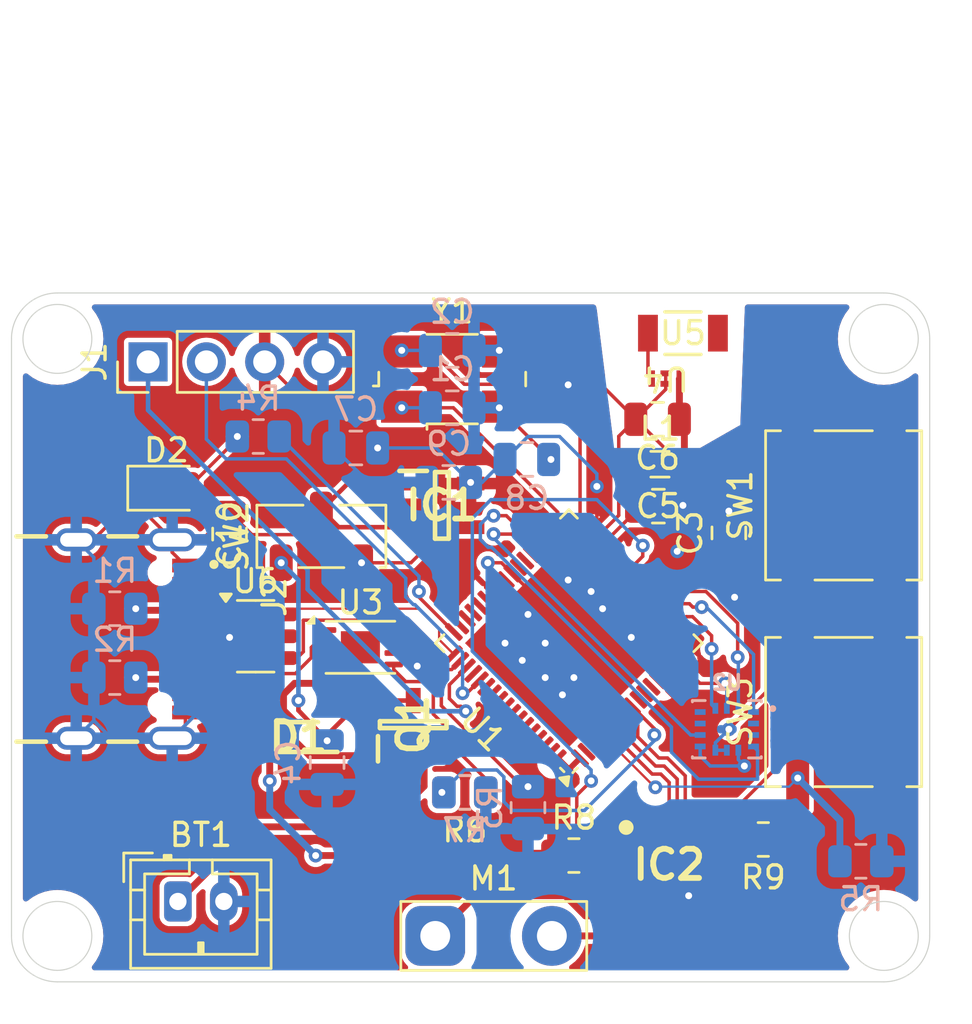
<source format=kicad_pcb>
(kicad_pcb (version 20240108) (generator "pcbnew") (generator_version "8.0")
  (layers (0 "F.Cu" signal) (31 "B.Cu" signal) (34 "B.Paste" user) (35 "F.Paste" user) (36 "B.SilkS" user "B.Silkscreen") (37 "F.SilkS" user "F.Silkscreen") (38 "B.Mask" user) (39 "F.Mask" user) (44 "Edge.Cuts" user))
  (net 0 "")
  (net 1 "/OSC_IN")
  (net 2 "GND")
  (net 3 "/OSC_OUT")
  (net 4 "/NRST")
  (net 5 "Net-(D1-K)")
  (net 6 "/RF1")
  (net 7 "Net-(U4-IN)")
  (net 8 "+3.3V")
  (net 9 "/VBUS")
  (net 10 "Net-(D2-A)")
  (net 12 "Net-(IC1-EN)")
  (net 13 "/ICS1_SCL")
  (net 16 "/NIRQ")
  (net 17 "Net-(IC2-OUTP)")
  (net 18 "/ICS1_SDA")
  (net 20 "Net-(IC2-OUTN)")
  (net 21 "/SWCLK")
  (net 22 "/SWDIO")
  (net 23 "/VBAT+")
  (net 24 "Net-(U3-PROG)")
  (net 25 "/LED0")
  (net 26 "Net-(U1-PH3)")
  (net 27 "/ADC1_IN1")
  (net 28 "/STAT")
  (net 35 "/SPI1_MOSI")
  (net 44 "/INT2")
  (net 47 "/INT1")
  (net 53 "/USB_DM")
  (net 55 "/USB_DP")
  (net 59 "/SPI1_SCK")
  (net 60 "/SPI1_NSS")
  (net 66 "/SPI1_MISO")
  (net 79 "Net-(U4-OUT)")
  (net 81 "/CC1")
  (net 82 "/DN")
  (net 83 "Net-(J2-CC2)")
  (net 85 "/DP")
  (footprint "LED_SMD:LED_0805_2012Metric" (layer "F.Cu") (at 100.5 117)
    (property "Reference" "D2")
    (property "Value" "LED")
  )
  (footprint "wearable_som_footprint_lib:DLF-4_1P6X0P8" (layer "F.Cu") (at 122.25 112.2286 180)
    (property "Reference" "U4")
    (property "Value" "DLF162500LT-5028A1")
  )
  (footprint "Capacitor_SMD:C_0805_2012Metric" (layer "F.Cu") (at 103.25 119 90)
    (property "Reference" "C10")
    (property "Value" "0.1uF")
  )
  (footprint "Capacitor_SMD:C_0805_2012Metric" (layer "F.Cu") (at 121.929199 117.7832)
    (property "Reference" "C5")
    (property "Value" "0.8pF")
  )
  (footprint "Connector_PinHeader_2.54mm:PinHeader_1x04_P2.54mm_Vertical" (layer "F.Cu") (at 99.7 111.5 90)
    (property "Reference" "J1")
    (property "Value" "Conn_01x04")
  )
  (footprint "Resistor_SMD:R_0805_2012Metric" (layer "F.Cu") (at 113.5 130.25 180)
    (property "Reference" "R6")
    (property "Value" "10k")
  )
  (footprint "wearable_som_footprint_lib:GCT_USB4105-GF-A" (layer "F.Cu") (at 96.57 123.57 -90)
    (property "Reference" "J2")
    (property "Value" "USB4105-GF-A")
  )
  (footprint "Package_DFN_QFN:DFN-8-1EP_3x2mm_P0.5mm_EP1.7x1.4mm" (layer "F.Cu") (at 108.95 123.93)
    (property "Reference" "U3")
    (property "Value" "MCP73831-2-MC")
  )
  (footprint "Button_Switch_SMD:Nidec_Copal_CAS-120A" (layer "F.Cu") (at 107.25 119.1 90)
    (property "Reference" "SW2")
    (property "Value" "SW_Nidec_CAS-120A1")
  )
  (footprint "Package_TO_SOT_SMD:SOT-23-6" (layer "F.Cu") (at 104.3875 123.45)
    (property "Reference" "U6")
    (property "Value" "USBLC6-2SC6")
  )
  (footprint "wearable_som_footprint_lib:SOT96P240X110-3N" (layer "F.Cu") (at 111.25 127.3 90)
    (property "Reference" "Q1")
    (property "Value" "PMOS" (hide yes))
  )
  (footprint "Button_Switch_SMD:SW_SPST_B3SL-1002P" (layer "F.Cu") (at 130 126.75 90)
    (property "Reference" "SW3")
    (property "Value" "Boot")
  )
  (footprint "Capacitor_SMD:C_0805_2012Metric" (layer "F.Cu") (at 121.896 114 180)
    (property "Reference" "C6")
    (property "Value" "0.3pF")
  )
  (footprint "TestPoint:TestPoint_2Pads_Pitch5.08mm_Drill1.3mm" (layer "F.Cu") (at 112.21 136.5)
    (property "Reference" "M1")
    (property "Value" "Motor_DC")
  )
  (footprint "Resistor_SMD:R_0805_2012Metric" (layer "F.Cu") (at 118.25 133)
    (property "Reference" "R8")
    (property "Value" "4.7")
  )
  (footprint "wearable_som_footprint_lib:QFN65P300X300X84-12N" (layer "F.Cu") (at 122.4 133.4)
    (property "Reference" "IC2")
    (property "Value" "DA7280-00FV2" (hide yes))
  )
  (footprint "Connector_JST:JST_PH_B2B-PH-K_1x02_P2.00mm_Vertical" (layer "F.Cu") (at 101 135)
    (property "Reference" "BT1")
    (property "Value" "Battery_Cell")
  )
  (footprint "Inductor_SMD:L_0805_2012Metric" (layer "F.Cu") (at 122 115.9572)
    (property "Reference" "L1")
    (property "Value" "2.7nH")
  )
  (footprint "Button_Switch_SMD:SW_SPST_B3SL-1002P" (layer "F.Cu") (at 130 117.75 90)
    (property "Reference" "SW1")
    (property "Value" "Reset")
  )
  (footprint "Package_DFN_QFN:QFN-68-1EP_8x8mm_P0.4mm_EP6.4x6.4mm" (layer "F.Cu") (at 118.03172 123.75 135)
    (property "Reference" "U1")
    (property "Value" "STM32WB55RGVx")
  )
  (footprint "wearable_som_footprint_lib:SOD2513X120N" (layer "F.Cu") (at 106.25 127.838 180)
    (property "Reference" "D1")
    (property "Value" "D_Schottky" (hide yes))
  )
  (footprint "wearable_som_footprint_lib:2450AT18A100E_JOT" (layer "F.Cu") (at 123 110.25)
    (property "Reference" "U5")
    (property "Value" "2450AT18A100E")
  )
  (footprint "wearable_som_footprint_lib:SOT95P280X145-5N" (layer "F.Cu") (at 112.5 117.75)
    (property "Reference" "IC1")
    (property "Value" "TPS7A0228PDBVR" (hide yes))
  )
  (footprint "Capacitor_SMD:C_0805_2012Metric" (layer "F.Cu") (at 125 118.95 90)
    (property "Reference" "C3")
    (property "Value" "0.1u")
  )
  (footprint "Resistor_SMD:R_0805_2012Metric" (layer "F.Cu") (at 126.5 132.3 180)
    (property "Reference" "R9")
    (property "Value" "4.7")
  )
  (footprint "Crystal:Crystal_SMD_0603-4Pin_6.0x3.5mm" (layer "F.Cu") (at 112.95 112.25)
    (property "Reference" "Y1")
    (property "Value" "Crystal_GND23")
  )
  (footprint "Capacitor_SMD:C_0805_2012Metric" (layer "B.Cu") (at 116.2 115.75)
    (property "Reference" "C8")
    (property "Value" "0.1uF")
  )
  (footprint "Resistor_SMD:R_0805_2012Metric" (layer "B.Cu") (at 104.5 114.75 180)
    (property "Reference" "R4")
    (property "Value" "4.7k")
  )
  (footprint "Resistor_SMD:R_0805_2012Metric" (layer "B.Cu") (at 98.25 122.25 180)
    (property "Reference" "R1")
    (property "Value" "5.1k")
  )
  (footprint "Capacitor_SMD:C_0805_2012Metric" (layer "B.Cu") (at 108.75 115.25 180)
    (property "Reference" "C7")
    (property "Value" "0.1uF")
  )
  (footprint "Resistor_SMD:R_0805_2012Metric" (layer "B.Cu") (at 98.25 125.25 180)
    (property "Reference" "R2")
    (property "Value" "5.1k")
  )
  (footprint "Resistor_SMD:R_0805_2012Metric" (layer "B.Cu") (at 130.75 133.25)
    (property "Reference" "R5")
    (property "Value" "10k")
  )
  (footprint "Resistor_SMD:R_0805_2012Metric" (layer "B.Cu") (at 116.25 130.9125 -90)
    (property "Reference" "R3")
    (property "Value" "10k")
  )
  (footprint "Capacitor_SMD:C_0805_2012Metric" (layer "B.Cu") (at 112.95 111 180)
    (property "Reference" "C2")
    (property "Value" "10p")
  )
  (footprint "wearable_som_footprint_lib:XDCR_BMI270" (layer "B.Cu") (at 124.9125 127.5 180)
    (property "Reference" "U2")
    (property "Value" "BMI270")
  )
  (footprint "Capacitor_SMD:C_0805_2012Metric" (layer "B.Cu") (at 107.5 128.95 -90)
    (property "Reference" "C4")
    (property "Value" "1uF")
  )
  (footprint "Capacitor_SMD:C_0805_2012Metric" (layer "B.Cu") (at 112.95 113.5 180)
    (property "Reference" "C1")
    (property "Value" "10p")
  )
  (footprint "Capacitor_SMD:C_0805_2012Metric" (layer "B.Cu") (at 112.8 116.75 180)
    (property "Reference" "C9")
    (property "Value" "0.1uF")
  )
  (footprint "Resistor_SMD:R_0805_2012Metric" (layer "B.Cu") (at 113.5 130.25)
    (property "Reference" "R7")
    (property "Value" "10k")
  )
  (gr_circle (center 131.75 136.5) (end 133.25 136.5) (stroke (width 0.05)) (fill none) (layer "Edge.Cuts"))
  (gr_circle (center 95.75 110.5) (end 97.25 110.5) (stroke (width 0.05)) (fill none) (layer "Edge.Cuts"))
  (gr_line (start 133.75 110.5) (end 133.75 136.5) (stroke (width 0.05)) (layer "Edge.Cuts"))
  (gr_line (start 95.75 108.5) (end 131.75 108.5) (stroke (width 0.05)) (layer "Edge.Cuts"))
  (gr_arc (start 95.75 138.5) (mid 94.335786 137.914214) (end 93.75 136.5) (stroke (width 0.05)) (layer "Edge.Cuts"))
  (gr_arc (start 131.75 108.5) (mid 133.164214 109.085786) (end 133.75 110.5) (stroke (width 0.05)) (layer "Edge.Cuts"))
  (gr_line (start 93.75 136.5) (end 93.75 110.5) (stroke (width 0.05)) (layer "Edge.Cuts"))
  (gr_arc (start 133.75 136.5) (mid 133.164214 137.914214) (end 131.75 138.5) (stroke (width 0.05)) (layer "Edge.Cuts"))
  (gr_line (start 95.75 138.5) (end 131.75 138.5) (stroke (width 0.05)) (layer "Edge.Cuts"))
  (gr_circle (center 131.75 110.5) (end 133.25 110.5) (stroke (width 0.05)) (fill none) (layer "Edge.Cuts"))
  (gr_circle (center 95.75 136.5) (end 97.25 136.5) (stroke (width 0.05)) (fill none) (layer "Edge.Cuts"))
  (gr_arc (start 93.75 110.5) (mid 94.335786 109.085786) (end 95.75 108.5) (stroke (width 0.05)) (layer "Edge.Cuts"))
  (segment (start 110.75 113.5) (end 113 113.5) (width 0.15) (layer "F.Cu") (net 1))
  (segment (start 113 113.5) (end 117.545584 118.045584) (width 0.15) (layer "F.Cu") (net 1))
  (segment (start 117.545584 118.045584) (end 117.545584 118.738381) (width 0.15) (layer "F.Cu") (net 1))
  (via (at 110.75 113.5) (size 0.6) (drill 0.3) (layers "F.Cu" "B.Cu") (net 1))
  (segment (start 112 113.5) (end 110.75 113.5) (width 0.15) (layer "B.Cu") (net 1))
  (segment (start 118.700623 119.686984) (end 119.083541 119.304066) (width 0.15) (layer "F.Cu") (net 2))
  (segment (start 122.25 112) (end 122.25 112.4572) (width 0.15) (layer "F.Cu") (net 2))
  (segment (start 120.946 114) (end 119.446 112.5) (width 0.15) (layer "F.Cu") (net 2))
  (segment (start 125 118) (end 125 115.45) (width 0.15) (layer "F.Cu") (net 2))
  (segment (start 107.775 119.025) (end 109 120.25) (width 0.15) (layer "F.Cu") (net 2))
  (segment (start 99.5625 117) (end 97.3125 119.25) (width 0.15) (layer "F.Cu") (net 2))
  (segment (start 122.879199 117.7832) (end 122.35 117.254001) (width 0.15) (layer "F.Cu") (net 2))
  (segment (start 100.75 119.25) (end 102.05 119.25) (width 0.15) (layer "F.Cu") (net 2))
  (segment (start 99.5625 117) (end 99.5625 118.0625) (width 0.15) (layer "F.Cu") (net 2))
  (segment (start 119 121.5) (end 118.700623 121.200623) (width 0.15) (layer "F.Cu") (net 2))
  (segment (start 120.204199 114.741801) (end 120.946 114) (width 0.15) (layer "F.Cu") (net 2))
  (segment (start 115.565685 120.71828) (end 115.798703 120.951297) (width 0.15) (layer "F.Cu") (net 2))
  (segment (start 118.700623 121.799377) (end 119 121.5) (width 0.15) (layer "F.Cu") (net 2))
  (segment (start 122.35 115.404) (end 120.946 114) (width 0.15) (layer "F.Cu") (net 2))
  (segment (start 122.9668 117.7832) (end 122.879199 117.7832) (width 0.15) (layer "F.Cu") (net 2))
  (segment (start 97.3125 119.25) (end 96.57 119.25) (width 0.15) (layer "F.Cu") (net 2))
  (segment (start 110.855599 124.18) (end 111.425 124.749401) (width 0.15) (layer "F.Cu") (net 2))
  (segment (start 115.15 113.65) (end 115.15 113.45) (width 0.15) (layer "F.Cu") (net 2))
  (segment (start 122.25 112.4572) (end 122.25 112.696) (width 0.15) (layer "F.Cu") (net 2))
  (segment (start 123.1 134.75) (end 123.05 134.8) (width 0.15) (layer "F.Cu") (net 2))
  (segment (start 115.097405 120.25) (end 114.5 120.25) (width 0.15) (layer "F.Cu") (net 2))
  (segment (start 122.35 117.254001) (end 122.35 115.404) (width 0.15) (layer "F.Cu") (net 2))
  (segment (start 125 118) (end 124.75 118) (width 0.15) (layer "F.Cu") (net 2))
  (segment (start 103.25 118.05) (end 104.225 119.025) (width 0.15) (layer "F.Cu") (net 2))
  (segment (start 118.700623 121.200623) (end 118.700623 119.686984) (width 0.15) (layer "F.Cu") (net 2))
  (segment (start 115.798703 120.951297) (end 118.03172 123.184314) (width 0.15) (layer "F.Cu") (net 2))
  (segment (start 109 120.25) (end 111.15 120.25) (width 0.15) (layer "F.Cu") (net 2))
  (segment (start 123.25 134.6) (end 123.25 134.75) (width 0.15) (layer "F.Cu") (net 2))
  (segment (start 123 117.75) (end 122.9668 117.7832) (width 0.15) (layer "F.Cu") (net 2))
  (segment (start 126.65 123.15) (end 125.25 121.75) (width 0.15) (layer "F.Cu") (net 2))
  (segment (start 110.4 124.18) (end 110.855599 124.18) (width 0.15) (layer "F.Cu") (net 2))
  (segment (start 117.25 115.75) (end 115.15 113.65) (width 0.15) (layer "F.Cu") (net 2))
  (segment (start 127.225 113.225) (end 130.35 113.225) (width 0.15) (layer "F.Cu") (net 2))
  (segment (start 120.204199 118.183408) (end 120.204199 114.741801) (width 0.15) (layer "F.Cu") (net 2))
  (segment (start 103.25 123.45) (end 103.25 123.5) (width 0.15) (layer "F.Cu") (net 2))
  (segment (start 123.0332 117.7832) (end 123 117.75) (width 0.15) (layer "F.Cu") (net 2))
  (segment (start 125 115.45) (end 127.225 113.225) (width 0.15) (layer "F.Cu") (net 2))
  (segment (start 115.565685 120.71828) (end 115.097405 120.25) (width 0.15) (layer "F.Cu") (net 2))
  (segment (start 123.8 134.05) (end 123.25 134.6) (width 0.15) (layer "F.Cu") (net 2))
  (segment (start 101.325 126.77) (end 101.325 127.315) (width 0.15) (layer "F.Cu") (net 2))
  (segment (start 126.65 125.85) (end 126.65 123.15) (width 0.15) (layer "F.Cu") (net 2))
  (segment (start 112 117.75) (end 111.25 117.75) (width 0.15) (layer "F.Cu") (net 2))
  (segment (start 100.75 119.25) (end 100.75 119.795) (width 0.15) (layer "F.Cu") (net 2))
  (segment (start 123.25 134.75) (end 123.1 134.75) (width 0.15) (layer "F.Cu") (net 2))
  (segment (start 119.446 112.5) (end 118 112.5) (width 0.15) (layer "F.Cu") (net 2))
  (segment (start 132 114.875) (end 132 120.625) (width 0.15) (layer "F.Cu") (net 2))
  (segment (start 102.05 119.25) (end 103.25 118.05) (width 0.15) (layer "F.Cu") (net 2))
  (segment (start 124.5332 117.7832) (end 123.0332 117.7832) (width 0.15) (layer "F.Cu") (net 2))
  (segment (start 124.75 118) (end 124.5332 117.7832) (width 0.15) (layer "F.Cu") (net 2))
  (segment (start 112.125 119.275) (end 112.125 117.875) (width 0.15) (layer "F.Cu") (net 2))
  (segment (start 118.700623 123.081097) (end 118.700623 121.799377) (width 0.15) (layer "F.Cu") (net 2))
  (segment (start 111.15 120.25) (end 112.125 119.275) (width 0.15) (layer "F.Cu") (net 2))
  (segment (start 125 127.5) (end 126.65 125.85) (width 0.15) (layer "F.Cu") (net 2))
  (segment (start 99.5625 118.0625) (end 100.75 119.25) (width 0.15) (layer "F.Cu") (net 2))
  (segment (start 104.225 119.025) (end 107.775 119.025) (width 0.15) (layer "F.Cu") (net 2))
  (segment (start 119.083541 119.304066) (end 120.204199 118.183408) (width 0.15) (layer "F.Cu") (net 2))
  (segment (start 101.325 127.315) (end 100.75 127.89) (width 0.15) (layer "F.Cu") (net 2))
  (segment (start 112.125 117.875) (end 112 117.75) (width 0.15) (layer "F.Cu") (net 2))
  (segment (start 118.03172 123.75) (end 118.700623 123.081097) (width 0.15) (layer "F.Cu") (net 2))
  (segment (start 130.35 113.225) (end 132 114.875) (width 0.15) (layer "F.Cu") (net 2))
  (segment (start 118.03172 123.184314) (end 118.03172 123.75) (width 0.15) (layer "F.Cu") (net 2))
  (segment (start 100.75 119.795) (end 101.325 120.37) (width 0.15) (layer "F.Cu") (net 2))
  (segment (start 122.25 112.696) (end 120.946 114) (width 0.15) (layer "F.Cu") (net 2))
  (via (at 118 121) (size 0.6) (drill 0.3) (layers "F.Cu" "B.Cu") (net 2))
  (via (at 118.25 125.25) (size 0.6) (drill 0.3) (layers "F.Cu" "B.Cu") (net 2))
  (via (at 115.25 123.75) (size 0.6) (drill 0.3) (layers "F.Cu" "B.Cu") (net 2))
  (via (at 119 121.5) (size 0.6) (drill 0.3) (layers "F.Cu" "B.Cu") (net 2))
  (via (at 123 117.75) (size 0.6) (drill 0.3) (layers "F.Cu" "B.Cu") (net 2))
  (via (at 114.5 120.25) (size 0.6) (drill 0.3) (layers "F.Cu" "B.Cu") (net 2))
  (via (at 111.425 124.749401) (size 0.6) (drill 0.3) (layers "F.Cu" "B.Cu") (net 2))
  (via (at 120.75 123.5) (size 0.6) (drill 0.3) (layers "F.Cu" "B.Cu") (net 2))
  (via (at 125 127.5) (size 0.6) (drill 0.3) (layers "F.Cu" "B.Cu") (net 2))
  (via (at 119.5 122.25) (size 0.6) (drill 0.3) (layers "F.Cu" "B.Cu") (net 2))
  (via (at 117 123.75) (size 0.6) (drill 0.3) (layers "F.Cu" "B.Cu") (net 2))
  (via (at 103.25 123.5) (size 0.6) (drill 0.3) (layers "F.Cu" "B.Cu") (net 2))
  (via (at 117.25 115.75) (size 0.6) (drill 0.3) (layers "F.Cu" "B.Cu") (net 2))
  (via (at 118 112.5) (size 0.6) (drill 0.3) (layers "F.Cu" "B.Cu") (net 2))
  (via (at 115 111) (size 0.6) (drill 0.3) (layers "F.Cu" "B.Cu") (net 2))
  (via (at 116 124.5) (size 0.6) (drill 0.3) (layers "F.Cu" "B.Cu") (net 2))
  (via (at 125.25 121.75) (size 0.6) (drill 0.3) (layers "F.Cu" "B.Cu") (net 2))
  (via (at 115 113.5) (size 0.6) (drill 0.3) (layers "F.Cu" "B.Cu") (net 2))
  (via (at 116.25 122.5) (size 0.6) (drill 0.3) (layers "F.Cu" "B.Cu") (net 2))
  (via (at 123.25 134.75) (size 0.6) (drill 0.3) (layers "F.Cu" "B.Cu") (net 2))
  (via (at 117.75 126) (size 0.6) (drill 0.3) (layers "F.Cu" "B.Cu") (net 2))
  (via (at 109 120.25) (size 0.6) (drill 0.3) (layers "F.Cu" "B.Cu") (net 2))
  (via (at 125 118) (size 0.6) (drill 0.3) (layers "F.Cu" "B.Cu") (net 2))
  (via (at 117 125.25) (size 0.6) (drill 0.3) (layers "F.Cu" "B.Cu") (net 2))
  (segment (start 103.25 125.39) (end 100.75 127.89) (width 0.15) (layer "B.Cu") (net 2))
  (segment (start 115 113.5) (end 113.9 113.5) (width 0.15) (layer "B.Cu") (net 2))
  (segment (start 97.3375 127.1225) (end 96.57 127.89) (width 0.15) (layer "B.Cu") (net 2))
  (segment (start 97.3375 122.25) (end 97.3375 125.25) (width 0.15) (layer "B.Cu") (net 2))
  (segment (start 100.75 127.89) (end 98.105 127.89) (width 0.15) (layer "B.Cu") (net 2))
  (segment (start 97.3375 122.25) (end 97.3375 120.0175) (width 0.15) (layer "B.Cu") (net 2))
  (segment (start 98.105 127.89) (end 97.3375 127.1225) (width 0.15) (layer "B.Cu") (net 2))
  (segment (start 97.3375 120.0175) (end 96.57 119.25) (width 0.15) (layer "B.Cu") (net 2))
  (segment (start 97.3375 125.25) (end 97.3375 127.1225) (width 0.15) (layer "B.Cu") (net 2))
  (segment (start 118 112.5) (end 116 112.5) (width 0.15) (layer "B.Cu") (net 2))
  (segment (start 124.4125 128.4125) (end 124.9125 128.4125) (width 0.15) (layer "B.Cu") (net 2))
  (segment (start 124.4125 128.4125) (end 124.4125 128.0875) (width 0.15) (layer "B.Cu") (net 2))
  (segment (start 109.3 116.75) (end 107.8 115.25) (width 0.15) (layer "B.Cu") (net 2))
  (segment (start 115 111) (end 113.9 111) (width 0.15) (layer "B.Cu") (net 2))
  (segment (start 113.9 111) (end 113.9 113.5) (width 0.15) (layer "B.Cu") (net 2))
  (segment (start 103.25 123.5) (end 103.25 125.39) (width 0.15) (layer "B.Cu") (net 2))
  (segment (start 111.85 116.75) (end 109.3 116.75) (width 0.15) (layer "B.Cu") (net 2))
  (segment (start 124.4125 128.0875) (end 125 127.5) (width 0.15) (layer "B.Cu") (net 2))
  (segment (start 116 112.5) (end 115 113.5) (width 0.15) (layer "B.Cu") (net 2))
  (segment (start 112.05 111.05) (end 113.475 112.475) (width 0.15) (layer "F.Cu") (net 3))
  (segment (start 110.75 111.05) (end 112.05 111.05) (width 0.15) (layer "F.Cu") (net 3))
  (segment (start 118.517856 114.667856) (end 118.517856 118.738381) (width 0.15) (layer "F.Cu") (net 3))
  (segment (start 113.475 112.475) (end 116.325 112.475) (width 0.15) (layer "F.Cu") (net 3))
  (segment (start 116.325 112.475) (end 118.517856 114.667856) (width 0.15) (layer "F.Cu") (net 3))
  (via (at 110.75 111) (size 0.6) (drill 0.3) (layers "F.Cu" "B.Cu") (net 3))
  (segment (start 112 111) (end 110.75 111) (width 0.15) (layer "B.Cu") (net 3))
  (segment (start 121.032145 127.832577) (end 121.951322 128.751754) (width 0.15) (layer "F.Cu") (net 4))
  (segment (start 120.497755 126.78172) (end 120.880673 127.164639) (width 0.15) (layer "F.Cu") (net 4))
  (segment (start 128 120.625) (end 125.725 120.625) (width 0.15) (layer "F.Cu") (net 4))
  (segment (start 127 129.25) (end 127 121.625) (width 0.15) (layer "F.Cu") (net 4))
  (segment (start 122.326369 128.751754) (end 123.1 129.525385) (width 0.15) (layer "F.Cu") (net 4))
  (segment (start 125.725 120.625) (end 125 119.9) (width 0.15) (layer "F.Cu") (net 4))
  (segment (start 123.1 129.525385) (end 123.1 130.75) (width 0.15) (layer "F.Cu") (net 4))
  (segment (start 121.951322 128.751754) (end 122.326369 128.751754) (width 0.15) (layer "F.Cu") (net 4))
  (segment (start 127 121.625) (end 128 120.625) (width 0.15) (layer "F.Cu") (net 4))
  (segment (start 120.880673 127.164639) (end 121.032145 127.316111) (width 0.15) (layer "F.Cu") (net 4))
  (segment (start 123.1 130.75) (end 125.5 130.75) (width 0.15) (layer "F.Cu") (net 4))
  (segment (start 125.5 130.75) (end 127 129.25) (width 0.15) (layer "F.Cu") (net 4))
  (segment (start 121.032145 127.316111) (end 121.032145 127.832577) (width 0.15) (layer "F.Cu") (net 4))
  (segment (start 128 120.625) (end 128 114.875) (width 0.2) (layer "F.Cu") (net 4))
  (segment (start 107.5 128) (end 106.25 126.676) (width 0.2) (layer "F.Cu") (net 5))
  (segment (start 107.412 127.838) (end 109 126.25) (width 0.2) (layer "F.Cu") (net 5))
  (segment (start 107.412 127.838) (end 107.5 128) (width 0.2) (layer "F.Cu") (net 5))
  (segment (start 109 126.25) (end 111.25 126.25) (width 0.2) (layer "F.Cu") (net 5))
  (segment (start 106.25 126.676) (end 106.25 126.25) (width 0.2) (layer "F.Cu") (net 5))
  (via (at 107.5 128) (size 0.6) (drill 0.3) (layers "F.Cu" "B.Cu") (net 5))
  (via (at 105.5 120.25) (size 0.6) (drill 0.3) (layers "F.Cu" "B.Cu") (net 5))
  (via (at 106.25 126.25) (size 0.6) (drill 0.3) (layers "F.Cu" "B.Cu") (net 5))
  (segment (start 106.25 126.25) (end 106.25 121) (width 0.2) (layer "B.Cu") (net 5))
  (segment (start 106.25 121) (end 105.5 120.25) (width 0.2) (layer "B.Cu") (net 5))
  (segment (start 120.9375 117.708301) (end 120.9375 115.9572) (width 0.15) (layer "F.Cu") (net 6))
  (segment (start 120.979199 117.7832) (end 120.979199 117.520801) (width 0.15) (layer "F.Cu") (net 6))
  (segment (start 120.979199 117.7832) (end 120.979199 117.974094) (width 0.15) (layer "F.Cu") (net 6))
  (segment (start 120.979199 117.974094) (end 119.366384 119.586909) (width 0.15) (layer "F.Cu") (net 6))
  (segment (start 120.979199 117.520801) (end 120.9375 117.479102) (width 0.15) (layer "F.Cu") (net 6))
  (segment (start 120.979199 117.75) (end 120.9375 117.708301) (width 0.15) (layer "F.Cu") (net 6))
  (segment (start 120.979199 117.7832) (end 120.979199 117.75) (width 0.15) (layer "F.Cu") (net 6))
  (segment (start 123.0625 114.2165) (end 122.846 114) (width 0.3) (layer "F.Cu") (net 7))
  (segment (start 122.846 112.2422) (end 122.8596 112.2286) (width 0.3) (layer "F.Cu") (net 7))
  (segment (start 122.846 114) (end 122.846 112.2422) (width 0.3) (layer "F.Cu") (net 7))
  (segment (start 123.0625 115.9572) (end 123.0625 114.2165) (width 0.3) (layer "F.Cu") (net 7))
  (segment (start 122.194811 125.084664) (end 121.911968 125.367507) (width 0.15) (layer "F.Cu") (net 8))
  (segment (start 121.75 133.5) (end 121.75 134.8) (width 0.15) (layer "F.Cu") (net 8))
  (segment (start 119.25 118.571922) (end 119.25 116.925) (width 0.15) (layer "F.Cu") (net 8))
  (segment (start 126.2125 133.5) (end 127.4125 132.3) (width 0.15) (layer "F.Cu") (net 8))
  (segment (start 109.7 115.25) (end 108.53 115.25) (width 0.15) (layer "F.Cu") (net 8))
  (segment (start 124.526041 132.75) (end 125.276041 133.5) (width 0.15) (layer "F.Cu") (net 8))
  (segment (start 132 123.875) (end 132 129.625) (width 0.15) (layer "F.Cu") (net 8))
  (segment (start 123.8 132.75) (end 122.5 132.75) (width 0.15) (layer "F.Cu") (net 8))
  (segment (start 122.294887 125.750424) (end 121.911968 125.367507) (width 0.15) (layer "F.Cu") (net 8))
  (segment (start 125.675 129.1) (end 125.644463 129.1) (width 0.15) (layer "F.Cu") (net 8))
  (segment (start 119.649227 119.869752) (end 120.032144 119.486833) (width 0.15) (layer "F.Cu") (net 8))
  (segment (start 112.875 119.724651) (end 112.875 117.675) (width 0.15) (layer "F.Cu") (net 8))
  (segment (start 125.644463 129.1) (end 122.294887 125.750424) (width 0.15) (layer "F.Cu") (net 8))
  (segment (start 114.717157 121.566808) (end 112.875 119.724651) (width 0.15) (layer "F.Cu") (net 8))
  (segment (start 129.325 132.3) (end 127.4125 132.3) (width 0.15) (layer "F.Cu") (net 8))
  (segment (start 118.899569 134.8) (end 121.75 134.8) (width 0.3) (layer "F.Cu") (net 8))
  (segment (start 123.8 132.75) (end 124.526041 132.75) (width 0.15) (layer "F.Cu") (net 8))
  (segment (start 112.875 117.675) (end 113.75 116.8) (width 0.15) (layer "F.Cu") (net 8))
  (segment (start 117.3375 133.237931) (end 118.899569 134.8) (width 0.3) (layer "F.Cu") (net 8))
  (segment (start 117.3375 133) (end 117.3375 133.237931) (width 0.3) (layer "F.Cu") (net 8))
  (segment (start 120.593979 118.925) (end 121.925 118.925) (width 0.15) (layer "F.Cu") (net 8))
  (segment (start 115 121.283965) (end 114.717157 121.566808) (width 0.15) (layer "F.Cu") (net 8))
  (segment (start 132 129.625) (end 129.325 132.3) (width 0.15) (layer "F.Cu") (net 8))
  (segment (start 122.5 132.75) (end 121.75 133.5) (width 0.15) (layer "F.Cu") (net 8))
  (segment (start 120.032146 119.486833) (end 120.593979 118.925) (width 0.15) (layer "F.Cu") (net 8))
  (segment (start 108.53 115.25) (end 104.78 111.5) (width 0.15) (layer "F.Cu") (net 8))
  (segment (start 118.800699 119.021223) (end 119.25 118.571922) (width 0.15) (layer "F.Cu") (net 8))
  (segment (start 120.032144 119.486833) (end 120.032146 119.486833) (width 0.15) (layer "F.Cu") (net 8))
  (segment (start 121.925 118.925) (end 122.75 119.75) (width 0.15) (layer "F.Cu") (net 8))
  (segment (start 125.276041 133.5) (end 126.2125 133.5) (width 0.15) (layer "F.Cu") (net 8))
  (via (at 125.675 129.1) (size 0.6) (drill 0.3) (layers "F.Cu" "B.Cu") (net 8))
  (via (at 122.75 119.75) (size 0.6) (drill 0.3) (layers "F.Cu" "B.Cu") (net 8))
  (via (at 113.75 116.75) (size 0.6) (drill 0.3) (layers "F.Cu" "B.Cu") (net 8))
  (via (at 109.7 115.25) (size 0.6) (drill 0.3) (layers "F.Cu" "B.Cu") (net 8))
  (via (at 119.25 116.925) (size 0.6) (drill 0.3) (layers "F.Cu" "B.Cu") (net 8))
  (segment (start 123.75 128.25) (end 123.75 128.6625) (width 0.15) (layer "B.Cu") (net 8))
  (segment (start 115.25 115.75) (end 114.25 116.75) (width 0.15) (layer "B.Cu") (net 8))
  (segment (start 117.62439 114.75) (end 119.25 116.37561) (width 0.15) (layer "B.Cu") (net 8))
  (segment (start 116.25 114.75) (end 117.62439 114.75) (width 0.15) (layer "B.Cu") (net 8))
  (segment (start 112.25 115.25) (end 113.75 116.75) (width 0.15) (layer "B.Cu") (net 8))
  (segment (start 119.25 116.37561) (end 119.25 116.925) (width 0.15) (layer "B.Cu") (net 8))
  (segment (start 124.1875 129.1) (end 125.675 129.1) (width 0.15) (layer "B.Cu") (net 8))
  (segment (start 125.675 129.0875) (end 125.4125 128.825) (width 0.15) (layer "B.Cu") (net 8))
  (segment (start 125.675 129.1) (end 125.675 129.0875) (width 0.15) (layer "B.Cu") (net 8))
  (segment (start 109.7 115.25) (end 112.25 115.25) (width 0.15) (layer "B.Cu") (net 8))
  (segment (start 115.25 115.75) (end 116.25 114.75) (width 0.15) (layer "B.Cu") (net 8))
  (segment (start 125.4125 128.825) (end 125.4125 128.4125) (width 0.15) (layer "B.Cu") (net 8))
  (segment (start 114.25 116.75) (end 113.75 116.75) (width 0.15) (layer "B.Cu") (net 8))
  (segment (start 123.75 128.6625) (end 124.1875 129.1) (width 0.15) (layer "B.Cu") (net 8))
  (segment (start 103.75 125.25) (end 104.5625 124.4375) (width 0.2) (layer "F.Cu") (net 9))
  (segment (start 103.25 121.143052) (end 103.223052 121.17) (width 0.2) (layer "F.Cu") (net 9))
  (segment (start 103.223052 121.17) (end 104.5625 122.509448) (width 0.2) (layer "F.Cu") (net 9))
  (segment (start 105.171948 123.45) (end 105.525 123.45) (width 0.2) (layer "F.Cu") (net 9))
  (segment (start 104.5625 124.4375) (end 104.5625 124.059448) (width 0.2) (layer "F.Cu") (net 9))
  (segment (start 106.117696 125.075) (end 103.925 125.075) (width 0.15) (layer "F.Cu") (net 9))
  (segment (start 107.07 123.68) (end 106.8125 123.9375) (width 0.15) (layer "F.Cu") (net 9))
  (segment (start 105 129.75) (end 105 127.926) (width 0.3) (layer "F.Cu") (net 9))
  (segment (start 104.5625 122.840552) (end 105.171948 123.45) (width 0.2) (layer "F.Cu") (net 9))
  (segment (start 104.5625 124.059448) (end 105.171948 123.45) (width 0.2) (layer "F.Cu") (net 9))
  (segment (start 101.325 121.17) (end 103.223052 121.17) (width 0.2) (layer "F.Cu") (net 9))
  (segment (start 112.21 128.35) (end 111.725 128.835) (width 0.3) (layer "F.Cu") (net 9))
  (segment (start 111.725 128.835) (end 111.725 129.982106) (width 0.3) (layer "F.Cu") (net 9))
  (segment (start 105 127.926) (end 105.088 127.838) (width 0.3) (layer "F.Cu") (net 9))
  (segment (start 103.03 125.97) (end 103.22 125.97) (width 0.2) (layer "F.Cu") (net 9))
  (segment (start 107.5 123.68) (end 107.07 123.68) (width 0.15) (layer "F.Cu") (net 9))
  (segment (start 101.325 125.97) (end 103.03 125.97) (width 0.2) (layer "F.Cu") (net 9))
  (segment (start 103.22 125.97) (end 105.088 127.838) (width 0.2) (layer "F.Cu") (net 9))
  (segment (start 107.5 123.18) (end 107.5 123.68) (width 0.15) (layer "F.Cu") (net 9))
  (segment (start 108.707106 133) (end 107 133) (width 0.3) (layer "F.Cu") (net 9))
  (segment (start 106.8125 123.9375) (end 106.8125 124.380196) (width 0.15) (layer "F.Cu") (net 9))
  (segment (start 106.8125 124.380196) (end 106.117696 125.075) (width 0.15) (layer "F.Cu") (net 9))
  (segment (start 103.25 119.95) (end 103.25 121.143052) (width 0.2) (layer "F.Cu") (net 9))
  (segment (start 111.725 129.982106) (end 108.707106 133) (width 0.3) (layer "F.Cu") (net 9))
  (segment (start 104.5625 122.509448) (end 104.5625 122.840552) (width 0.2) (layer "F.Cu") (net 9))
  (segment (start 103.925 125.075) (end 103.75 125.25) (width 0.15) (layer "F.Cu") (net 9))
  (segment (start 103.03 125.97) (end 103.75 125.25) (width 0.2) (layer "F.Cu") (net 9))
  (via (at 107 133) (size 0.6) (drill 0.3) (layers "F.Cu" "B.Cu") (net 9))
  (via (at 105 129.75) (size 0.6) (drill 0.3) (layers "F.Cu" "B.Cu") (net 9))
  (segment (start 107 133) (end 105 131) (width 0.3) (layer "B.Cu") (net 9))
  (segment (start 105 131) (end 105 129.75) (width 0.3) (layer "B.Cu") (net 9))
  (segment (start 103.5875 114.85) (end 103.5875 114.75) (width 0.15) (layer "F.Cu") (net 10))
  (segment (start 101.4375 117) (end 103.5875 114.85) (width 0.15) (layer "F.Cu") (net 10))
  (via (at 103.5875 114.75) (size 0.6) (drill 0.3) (layers "F.Cu" "B.Cu") (net 10))
  (segment (start 108 118.7) (end 107.25 117.95) (width 0.2) (layer "F.Cu") (net 12))
  (segment (start 108.4 116.8) (end 107.25 117.95) (width 0.2) (layer "F.Cu") (net 12))
  (segment (start 111.25 118.7) (end 108 118.7) (width 0.2) (layer "F.Cu") (net 12))
  (segment (start 111.25 116.8) (end 108.4 116.8) (width 0.2) (layer "F.Cu") (net 12))
  (segment (start 122.4 131.375) (end 122.4 132) (width 0.15) (layer "F.Cu") (net 13))
  (segment (start 119.1625 133) (end 120.9125 131.25) (width 0.15) (layer "F.Cu") (net 13))
  (segment (start 122.275 131.25) (end 122.4 131.375) (width 0.15) (layer "F.Cu") (net 13))
  (segment (start 120.314988 127.730323) (end 120.332145 127.74748) (width 0.15) (layer "F.Cu") (net 13))
  (segment (start 120.9125 131.25) (end 122.275 131.25) (width 0.15) (layer "F.Cu") (net 13))
  (segment (start 119.932069 127.347406) (end 120.314988 127.730323) (width 0.15) (layer "F.Cu") (net 13))
  (segment (start 121.661374 129.451754) (end 122.036419 129.451754) (width 0.15) (layer "F.Cu") (net 13))
  (segment (start 122.036419 129.451754) (end 122.4 129.815335) (width 0.15) (layer "F.Cu") (net 13))
  (segment (start 120.332145 127.74748) (end 120.332145 128.122525) (width 0.15) (layer "F.Cu") (net 13))
  (segment (start 122.4 129.815335) (end 122.4 132) (width 0.15) (layer "F.Cu") (net 13))
  (segment (start 120.332145 128.122525) (end 121.661374 129.451754) (width 0.15) (layer "F.Cu") (net 13))
  (segment (start 119.95 133.67439) (end 119.95 132.707474) (width 0.15) (layer "F.Cu") (net 16))
  (segment (start 121.25 119.966035) (end 120.497755 120.71828) (width 0.15) (layer "F.Cu") (net 16))
  (segment (start 118.375 133.67439) (end 118.67561 133.975) (width 0.15) (layer "F.Cu") (net 16))
  (segment (start 121.25 119.5) (end 121.25 119.966035) (width 0.15) (layer "F.Cu") (net 16))
  (segment (start 120.657474 132) (end 121.75 132) (width 0.15) (layer "F.Cu") (net 16))
  (segment (start 118.67561 133.975) (end 119.64939 133.975) (width 0.15) (layer "F.Cu") (net 16))
  (segment (start 118.375 130.375) (end 118.375 133.67439) (width 0.15) (layer "F.Cu") (net 16))
  (segment (start 119.64939 133.975) (end 119.95 133.67439) (width 0.15) (layer "F.Cu") (net 16))
  (segment (start 119.95 132.707474) (end 120.657474 132) (width 0.15) (layer "F.Cu") (net 16))
  (segment (start 119 129.75) (end 118.375 130.375) (width 0.15) (layer "F.Cu") (net 16))
  (via (at 121.25 119.5) (size 0.6) (drill 0.3) (layers "F.Cu" "B.Cu") (net 16))
  (via (at 119 129.75) (size 0.6) (drill 0.3) (layers "F.Cu" "B.Cu") (net 16))
  (segment (start 119 129.75) (end 119 129.275002) (width 0.15) (layer "B.Cu") (net 16))
  (segment (start 113.825 124.100002) (end 113.825 118.311824) (width 0.15) (layer "B.Cu") (net 16))
  (segment (start 119.25 117.5) (end 121.25 119.5) (width 0.15) (layer "B.Cu") (net 16))
  (segment (start 113.825 118.311824) (end 114.636824 117.5) (width 0.15) (layer "B.Cu") (net 16))
  (segment (start 119 129.275002) (end 113.825 124.100002) (width 0.15) (layer "B.Cu") (net 16))
  (segment (start 114.636824 117.5) (end 119.25 117.5) (width 0.15) (layer "B.Cu") (net 16))
  (segment (start 118.748453 135.625) (end 117.873453 134.75) (width 0.3) (layer "F.Cu") (net 17))
  (segment (start 122.4 134.8) (end 122.4 135.575) (width 0.3) (layer "F.Cu") (net 17))
  (segment (start 122.35 135.625) (end 118.748453 135.625) (width 0.3) (layer "F.Cu") (net 17))
  (segment (start 117.873453 134.75) (end 113.96 134.75) (width 0.3) (layer "F.Cu") (net 17))
  (segment (start 113.96 134.75) (end 112.21 136.5) (width 0.3) (layer "F.Cu") (net 17))
  (segment (start 122.4 135.575) (end 122.35 135.625) (width 0.3) (layer "F.Cu") (net 17))
  (segment (start 125.5875 132.3) (end 123.35 132.3) (width 0.15) (layer "F.Cu") (net 18))
  (segment (start 122.75 131.25) (end 122.75 129.67036) (width 0.15) (layer "F.Cu") (net 18))
  (segment (start 123.35 132.3) (end 123.05 132) (width 0.15) (layer "F.Cu") (net 18))
  (segment (start 120.682145 127.531796) (end 120.214912 127.064563) (width 0.15) (layer "F.Cu") (net 18))
  (segment (start 121.806348 129.101754) (end 120.682145 127.977551) (width 0.15) (layer "F.Cu") (net 18))
  (segment (start 123.05 131.55) (end 122.75 131.25) (width 0.15) (layer "F.Cu") (net 18))
  (segment (start 120.682145 127.977551) (end 120.682145 127.531796) (width 0.15) (layer "F.Cu") (net 18))
  (segment (start 122.75 129.67036) (end 122.181394 129.101754) (width 0.15) (layer "F.Cu") (net 18))
  (segment (start 123.05 132) (end 123.05 131.55) (width 0.15) (layer "F.Cu") (net 18))
  (segment (start 122.181394 129.101754) (end 121.806348 129.101754) (width 0.15) (layer "F.Cu") (net 18))
  (segment (start 124.575 133.4) (end 123.8 133.4) (width 0.3) (layer "F.Cu") (net 20))
  (segment (start 117.29 136.5) (end 122.7 136.5) (width 0.3) (layer "F.Cu") (net 20))
  (segment (start 124.625 134.575) (end 124.625 133.45) (width 0.3) (layer "F.Cu") (net 20))
  (segment (start 122.7 136.5) (end 124.625 134.575) (width 0.3) (layer "F.Cu") (net 20))
  (segment (start 124.625 133.45) (end 124.575 133.4) (width 0.3) (layer "F.Cu") (net 20))
  (segment (start 113.399999 125.92635) (end 113.592629 125.92635) (width 0.15) (layer "F.Cu") (net 21))
  (segment (start 113.592629 125.92635) (end 114.151472 125.367507) (width 0.15) (layer "F.Cu") (net 21))
  (via (at 113.399999 125.92635) (size 0.6) (drill 0.3) (layers "F.Cu" "B.Cu") (net 21))
  (segment (start 110.925 121.738173) (end 110.925 120.925) (width 0.15) (layer "B.Cu") (net 21))
  (segment (start 111.325 122.075) (end 111.261827 122.075) (width 0.15) (layer "B.Cu") (net 21))
  (segment (start 113.399999 125.92635) (end 113.399999 124.149999) (width 0.15) (layer "B.Cu") (net 21))
  (segment (start 110.925 120.925) (end 105.725 115.725) (width 0.15) (layer "B.Cu") (net 21))
  (segment (start 111.261827 122.075) (end 110.925 121.738173) (width 0.15) (layer "B.Cu") (net 21))
  (segment (start 105.725 115.725) (end 103.10061 115.725) (width 0.15) (layer "B.Cu") (net 21))
  (segment (start 103.10061 115.725) (end 102.24 114.86439) (width 0.15) (layer "B.Cu") (net 21))
  (segment (start 113.399999 124.149999) (end 111.325 122.075) (width 0.15) (layer "B.Cu") (net 21))
  (segment (start 102.24 114.86439) (end 102.24 111.5) (width 0.15) (layer "B.Cu") (net 21))
  (segment (start 113.537387 126.714467) (end 113.32427 126.50135) (width 0.15) (layer "F.Cu") (net 22))
  (segment (start 113.161826 126.50135) (end 112.824999 126.164523) (width 0.15) (layer "F.Cu") (net 22))
  (segment (start 112.824999 125.562608) (end 113.585786 124.801821) (width 0.15) (layer "F.Cu") (net 22))
  (segment (start 112.824999 126.164523) (end 112.824999 125.562608) (width 0.15) (layer "F.Cu") (net 22))
  (segment (start 113.32427 126.50135) (end 113.161826 126.50135) (width 0.15) (layer "F.Cu") (net 22))
  (via (at 113.537387 126.714467) (size 0.6) (drill 0.3) (layers "F.Cu" "B.Cu") (net 22))
  (segment (start 106.65 121.4) (end 106.65 120.551471) (width 0.2) (layer "B.Cu") (net 22))
  (segment (start 106.65 120.551471) (end 99.7 113.601471) (width 0.2) (layer "B.Cu") (net 22))
  (segment (start 111.964467 126.714467) (end 106.65 121.4) (width 0.2) (layer "B.Cu") (net 22))
  (segment (start 113.537387 126.714467) (end 111.964467 126.714467) (width 0.2) (layer "B.Cu") (net 22))
  (segment (start 99.7 113.601471) (end 99.7 111.5) (width 0.2) (layer "B.Cu") (net 22))
  (segment (start 107.5 125.25) (end 107.5 124.68) (width 0.3) (layer "F.Cu") (net 23))
  (segment (start 109.25 131.75) (end 110.29 130.71) (width 0.3) (layer "F.Cu") (net 23))
  (segment (start 107.5 124.18) (end 107.5 124.68) (width 0.15) (layer "F.Cu") (net 23))
  (segment (start 105.6 126.671708) (end 105.6 125.980761) (width 0.3) (layer "F.Cu") (net 23))
  (segment (start 106.084522 127.15623) (end 105.6 126.671708) (width 0.3) (layer "F.Cu") (net 23))
  (segment (start 106.084522 127.998022) (end 106.084522 127.15623) (width 0.3) (layer "F.Cu") (net 23))
  (segment (start 101 135) (end 104.25 131.75) (width 0.3) (layer "F.Cu") (net 23))
  (segment (start 106.7365 128.65) (end 106.084522 127.998022) (width 0.3) (layer "F.Cu") (net 23))
  (segment (start 110.29 128.35) (end 109.99 128.65) (width 0.3) (layer "F.Cu") (net 23))
  (segment (start 110.29 130.71) (end 110.29 128.35) (width 0.3) (layer "F.Cu") (net 23))
  (segment (start 107.25 125.5) (end 107.5 125.25) (width 0.3) (layer "F.Cu") (net 23))
  (segment (start 106.080761 125.5) (end 107.25 125.5) (width 0.3) (layer "F.Cu") (net 23))
  (segment (start 104.25 131.75) (end 109.25 131.75) (width 0.3) (layer "F.Cu") (net 23))
  (segment (start 105.6 125.980761) (end 106.080761 125.5) (width 0.3) (layer "F.Cu") (net 23))
  (segment (start 109.99 128.65) (end 106.7365 128.65) (width 0.3) (layer "F.Cu") (net 23))
  (segment (start 112.248004 125.001996) (end 112.474999 125.22899) (width 0.15) (layer "F.Cu") (net 24))
  (segment (start 112 124.380001) (end 112 124.753991) (width 0.15) (layer "F.Cu") (net 24))
  (segment (start 112.474999 126.474999) (end 116 130) (width 0.15) (layer "F.Cu") (net 24))
  (segment (start 112.474999 125.22899) (end 112.474999 126.474999) (width 0.15) (layer "F.Cu") (net 24))
  (segment (start 110.799999 123.18) (end 112 124.380001) (width 0.15) (layer "F.Cu") (net 24))
  (segment (start 116 130) (end 116.25 130) (width 0.15) (layer "F.Cu") (net 24))
  (segment (start 110.4 123.18) (end 110.799999 123.18) (width 0.15) (layer "F.Cu") (net 24))
  (segment (start 112 124.753991) (end 112.248004 125.001996) (width 0.15) (layer "F.Cu") (net 24))
  (via (at 116.25 130) (size 0.6) (drill 0.3) (layers "F.Cu" "B.Cu") (net 24))
  (segment (start 111.5 121.743764) (end 112.637182 122.880946) (width 0.15) (layer "F.Cu") (net 25))
  (segment (start 111.5 121.5) (end 111.5 121.743764) (width 0.15) (layer "F.Cu") (net 25))
  (segment (start 112.637182 122.880946) (end 113.020101 123.263864) (width 0.15) (layer "F.Cu") (net 25))
  (via (at 111.5 121.5) (size 0.6) (drill 0.3) (layers "F.Cu" "B.Cu") (net 25))
  (segment (start 111.5 120.8375) (end 105.4125 114.75) (width 0.15) (layer "B.Cu") (net 25))
  (segment (start 111.5 121.5) (end 111.5 120.8375) (width 0.15) (layer "B.Cu") (net 25))
  (segment (start 120.007145 128.257145) (end 120.007145 127.988166) (width 0.1) (layer "F.Cu") (net 26))
  (segment (start 121.798246 130.026754) (end 121.776754 130.026754) (width 0.1) (layer "F.Cu") (net 26))
  (segment (start 128 123.875) (end 128 129.625) (width 0.2) (layer "F.Cu") (net 26))
  (segment (start 121.776754 130.026754) (end 120.007145 128.257145) (width 0.1) (layer "F.Cu") (net 26))
  (segment (start 120.007145 127.988166) (end 119.649227 127.630248) (width 0.1) (layer "F.Cu") (net 26))
  (via (at 121.798246 130.026754) (size 0.6) (drill 0.3) (layers "F.Cu" "B.Cu") (net 26))
  (via (at 128 129.625) (size 0.6) (drill 0.3) (layers "F.Cu" "B.Cu") (net 26))
  (segment (start 129.8375 131.4625) (end 128 129.625) (width 0.3) (layer "B.Cu") (net 26))
  (segment (start 127.625 130) (end 128 129.625) (width 0.1) (layer "B.Cu") (net 26))
  (segment (start 129.8375 133.25) (end 129.8375 131.4625) (width 0.3) (layer "B.Cu") (net 26))
  (segment (start 121.798246 130.026754) (end 121.825 130) (width 0.1) (layer "B.Cu") (net 26))
  (segment (start 121.825 130) (end 127.625 130) (width 0.1) (layer "B.Cu") (net 26))
  (segment (start 121.756371 127.474651) (end 120.780598 126.498878) (width 0.15) (layer "F.Cu") (net 27))
  (segment (start 121.756371 127.743629) (end 121.756371 127.474651) (width 0.15) (layer "F.Cu") (net 27))
  (via (at 112.5 130.25) (size 0.6) (drill 0.3) (layers "F.Cu" "B.Cu") (net 27))
  (via (at 121.756371 127.743629) (size 0.6) (drill 0.3) (layers "F.Cu" "B.Cu") (net 27))
  (segment (start 113.475 129.275) (end 114.89939 129.275) (width 0.15) (layer "B.Cu") (net 27))
  (segment (start 115.57561 131.0375) (end 118.7125 131.0375) (width 0.15) (layer "B.Cu") (net 27))
  (segment (start 115.2 129.57561) (end 115.2 130.66189) (width 0.15) (layer "B.Cu") (net 27))
  (segment (start 112.5 130.25) (end 113.475 129.275) (width 0.15) (layer "B.Cu") (net 27))
  (segment (start 114.89939 129.275) (end 115.2 129.57561) (width 0.15) (layer "B.Cu") (net 27))
  (segment (start 118.7125 131.0375) (end 121.756371 127.993629) (width 0.15) (layer "B.Cu") (net 27))
  (segment (start 121.756371 127.993629) (end 121.756371 127.743629) (width 0.15) (layer "B.Cu") (net 27))
  (segment (start 115.2 130.66189) (end 115.57561 131.0375) (width 0.15) (layer "B.Cu") (net 27))
  (segment (start 110.4 124.9) (end 110.925 125.425) (width 0.15) (layer "F.Cu") (net 28))
  (segment (start 112.124999 126.839999) (end 112.81 127.525) (width 0.15) (layer "F.Cu") (net 28))
  (segment (start 111.905025 125.425) (end 112.124999 125.644974) (width 0.15) (layer "F.Cu") (net 28))
  (segment (start 110.925 125.425) (end 111.905025 125.425) (width 0.15) (layer "F.Cu") (net 28))
  (segment (start 112.81 128.06) (end 114.4125 129.6625) (width 0.15) (layer "F.Cu") (net 28))
  (segment (start 112.124999 125.644974) (end 112.124999 126.839999) (width 0.15) (layer "F.Cu") (net 28))
  (segment (start 114.4125 129.6625) (end 114.4125 130.25) (width 0.15) (layer "F.Cu") (net 28))
  (segment (start 110.4 124.68) (end 110.4 124.9) (width 0.15) (layer "F.Cu") (net 28))
  (segment (start 112.81 127.525) (end 112.81 128.06) (width 0.15) (layer "F.Cu") (net 28))
  (segment (start 125.384524 122.884524) (end 124 121.5) (width 0.15) (layer "F.Cu") (net 35))
  (segment (start 124 121.5) (end 122.544461 121.5) (width 0.15) (layer "F.Cu") (net 35))
  (segment (start 122.544461 121.5) (end 121.911968 122.132493) (width 0.15) (layer "F.Cu") (net 35))
  (segment (start 125.384524 124.362529) (end 125.384524 122.884524) (width 0.15) (layer "F.Cu") (net 35))
  (via (at 125.384524 124.362529) (size 0.6) (drill 0.3) (layers "F.Cu" "B.Cu") (net 35))
  (segment (start 125.4125 126.5875) (end 125.4125 124.390505) (width 0.15) (layer "B.Cu") (net 35))
  (segment (start 125.4125 124.390505) (end 125.384524 124.362529) (width 0.15) (layer "B.Cu") (net 35))
  (segment (start 115.544461 119) (end 116.414213 119.869752) (width 0.15) (layer "F.Cu") (net 44))
  (segment (start 114.75 119) (end 115.544461 119) (width 0.15) (layer "F.Cu") (net 44))
  (via (at 114.75 119) (size 0.6) (drill 0.3) (layers "F.Cu" "B.Cu") (net 44))
  (segment (start 123.75 127.75) (end 123.3375 127.75) (width 0.15) (layer "B.Cu") (net 44))
  (segment (start 114.75 119.1625) (end 114.75 119) (width 0.15) (layer "B.Cu") (net 44))
  (segment (start 123.3375 127.75) (end 114.75 119.1625) (width 0.15) (layer "B.Cu") (net 44))
  (segment (start 115.310144 118.199997) (end 116.697056 119.586909) (width 0.15) (layer "F.Cu") (net 47))
  (segment (start 114.75 118.199997) (end 115.310144 118.199997) (width 0.15) (layer "F.Cu") (net 47))
  (via (at 114.75 118.199997) (size 0.6) (drill 0.3) (layers "F.Cu" "B.Cu") (net 47))
  (segment (start 122.5 128.5) (end 122.5 127.407474) (width 0.15) (layer "B.Cu") (net 47))
  (segment (start 126.25 128.425) (end 126.25 129.675) (width 0.15) (layer "B.Cu") (net 47))
  (segment (start 123.675 129.675) (end 122.5 128.5) (width 0.15) (layer "B.Cu") (net 47))
  (segment (start 126.25 129.675) (end 123.675 129.675) (width 0.15) (layer "B.Cu") (net 47))
  (segment (start 114.175 118.575) (end 114.550003 118.199997) (width 0.15) (layer "B.Cu") (net 47))
  (segment (start 126.075 128.25) (end 126.25 128.425) (width 0.15) (layer "B.Cu") (net 47))
  (segment (start 114.511827 119.575) (end 114.175 119.238173) (width 0.15) (layer "B.Cu") (net 47))
  (segment (start 114.550003 118.199997) (end 114.75 118.199997) (width 0.15) (layer "B.Cu") (net 47))
  (segment (start 122.5 127.407474) (end 114.667526 119.575) (width 0.15) (layer "B.Cu") (net 47))
  (segment (start 114.667526 119.575) (end 114.511827 119.575) (width 0.15) (layer "B.Cu") (net 47))
  (segment (start 114.175 119.238173) (end 114.175 118.575) (width 0.15) (layer "B.Cu") (net 47))
  (segment (start 112.37934 123.12934) (end 112.37934 123.595375) (width 0.1) (layer "F.Cu") (net 53))
  (segment (start 105.525 122.5) (end 105.775 122.25) (width 0.1) (layer "F.Cu") (net 53))
  (segment (start 111.5 122.25) (end 112.37934 123.12934) (width 0.1) (layer "F.Cu") (net 53))
  (segment (start 105.775 122.25) (end 111.5 122.25) (width 0.1) (layer "F.Cu") (net 53))
  (segment (start 112.37934 123.595375) (end 113.020101 124.236136) (width 0.1) (layer "F.Cu") (net 53))
  (segment (start 106.4625 122.75) (end 111.074345 122.75) (width 0.15) (layer "F.Cu") (net 55))
  (segment (start 112.64288 124.901897) (end 112.920025 124.901897) (width 0.15) (layer "F.Cu") (net 55))
  (segment (start 105.525 124.4) (end 106.187499 124.4) (width 0.15) (layer "F.Cu") (net 55))
  (segment (start 106.4625 124.124999) (end 106.4625 122.75) (width 0.15) (layer "F.Cu") (net 55))
  (segment (start 112.35434 124.613357) (end 112.64288 124.901897) (width 0.15) (layer "F.Cu") (net 55))
  (segment (start 106.187499 124.4) (end 106.4625 124.124999) (width 0.15) (layer "F.Cu") (net 55))
  (segment (start 112.920025 124.901897) (end 113.302943 124.518979) (width 0.15) (layer "F.Cu") (net 55))
  (segment (start 111.074345 122.75) (end 112.35434 124.029995) (width 0.15) (layer "F.Cu") (net 55))
  (segment (start 112.35434 124.029995) (end 112.35434 124.613357) (width 0.15) (layer "F.Cu") (net 55))
  (segment (start 123.143414 124.901897) (end 122.760497 124.518979) (width 0.15) (layer "F.Cu") (net 59))
  (segment (start 123.741517 125.5) (end 123.143414 124.901897) (width 0.15) (layer "F.Cu") (net 59))
  (segment (start 124.825 125.5) (end 123.741517 125.5) (width 0.15) (layer "F.Cu") (net 59))
  (via (at 124.825 125.5) (size 0.6) (drill 0.3) (layers "F.Cu" "B.Cu") (net 59))
  (segment (start 124.825 125.5) (end 124.9125 125.5875) (width 0.15) (layer "B.Cu") (net 59))
  (segment (start 124.9125 125.5875) (end 124.9125 126.5875) (width 0.15) (layer "B.Cu") (net 59))
  (segment (start 124.25 124) (end 124.25 123.427543) (width 0.15) (layer "F.Cu") (net 60))
  (segment (start 124.25 123.427543) (end 123.42056 122.598103) (width 0.15) (layer "F.Cu") (net 60))
  (segment (start 123.143414 122.598103) (end 122.760497 122.981021) (width 0.15) (layer "F.Cu") (net 60))
  (segment (start 123.42056 122.598103) (end 123.143414 122.598103) (width 0.15) (layer "F.Cu") (net 60))
  (via (at 124.25 124) (size 0.6) (drill 0.3) (layers "F.Cu" "B.Cu") (net 60))
  (segment (start 124.25 126.425) (end 124.4125 126.5875) (width 0.15) (layer "B.Cu") (net 60))
  (segment (start 124.25 124) (end 124.25 126.425) (width 0.15) (layer "B.Cu") (net 60))
  (segment (start 123.282418 122.032418) (end 122.577729 122.032418) (width 0.15) (layer "F.Cu") (net 66))
  (segment (start 122.577729 122.032418) (end 122.194811 122.415336) (width 0.15) (layer "F.Cu") (net 66))
  (segment (start 123.430475 122.180475) (end 123.282418 122.032418) (width 0.15) (layer "F.Cu") (net 66))
  (segment (start 123.815798 122.180475) (end 123.430475 122.180475) (width 0.15) (layer "F.Cu") (net 66))
  (via (at 123.815798 122.180475) (size 0.6) (drill 0.3) (layers "F.Cu" "B.Cu") (net 66))
  (segment (start 126.075 124.239832) (end 124.015643 122.180475) (width 0.15) (layer "B.Cu") (net 66))
  (segment (start 126.075 126.75) (end 126.075 124.239832) (width 0.15) (layer "B.Cu") (net 66))
  (segment (start 124.015643 122.180475) (end 123.815798 122.180475) (width 0.15) (layer "B.Cu") (net 66))
  (segment (start 121.6404 110.116599) (end 121.523801 110) (width 0.15) (layer "F.Cu") (net 79))
  (segment (start 121.476199 110.25) (end 121.476199 112.064399) (width 0.15) (layer "F.Cu") (net 79))
  (segment (start 121.476199 112.064399) (end 121.6404 112.2286) (width 0.15) (layer "F.Cu") (net 79))
  (segment (start 101.325 122.32) (end 99.2325 122.32) (width 0.3) (layer "F.Cu") (net 81))
  (segment (start 99.2325 122.32) (end 99.1625 122.25) (width 0.3) (layer "F.Cu") (net 81))
  (via (at 99.1625 122.25) (size 0.6) (drill 0.3) (layers "F.Cu" "B.Cu") (net 81))
  (segment (start 102.15 123.82) (end 101.325 123.82) (width 0.2) (layer "F.Cu") (net 82))
  (segment (start 102.587501 122.5) (end 102.2 122.887501) (width 0.2) (layer "F.Cu") (net 82))
  (segment (start 102.2 122.887501) (end 102.2 123.77) (width 0.2) (layer "F.Cu") (net 82))
  (segment (start 103.25 122.5) (end 102.587501 122.5) (width 0.2) (layer "F.Cu") (net 82))
  (segment (start 102.2 123.77) (end 102.15 123.82) (width 0.2) (layer "F.Cu") (net 82))
  (segment (start 102.15 122.82) (end 101.325 122.82) (width 0.2) (layer "F.Cu") (net 82))
  (segment (start 102.2 122.87) (end 102.15 122.82) (width 0.2) (layer "F.Cu") (net 82))
  (segment (start 102.2 122.887501) (end 102.2 122.87) (width 0.2) (layer "F.Cu") (net 82))
  (segment (start 101.325 125.32) (end 99.2325 125.32) (width 0.3) (layer "F.Cu") (net 83))
  (segment (start 99.2325 125.32) (end 99.1625 125.25) (width 0.3) (layer "F.Cu") (net 83))
  (via (at 99.1625 125.25) (size 0.6) (drill 0.3) (layers "F.Cu" "B.Cu") (net 83))
  (segment (start 100.45 123.37) (end 100.45 124.2) (width 0.2) (layer "F.Cu") (net 85))
  (segment (start 101.325 124.32) (end 103.17 124.32) (width 0.2) (layer "F.Cu") (net 85))
  (segment (start 101.325 123.32) (end 100.5 123.32) (width 0.2) (layer "F.Cu") (net 85))
  (segment (start 100.5 123.32) (end 100.45 123.37) (width 0.2) (layer "F.Cu") (net 85))
  (segment (start 100.57 124.32) (end 101.325 124.32) (width 0.2) (layer "F.Cu") (net 85))
  (segment (start 100.45 124.2) (end 100.57 124.32) (width 0.2) (layer "F.Cu") (net 85))
  (segment (start 103.17 124.32) (end 103.25 124.4) (width 0.2) (layer "F.Cu") (net 85))
  (zone (net 8) (net_name "+3.3V") (layer "F.Cu") (name "rf_area") (priority 1) (connect_pads (clearance 0)) (min_thickness 0.25) (fill yes (thermal_gap 0.5) (thermal_bridge_width 0.5))
    (polygon (pts (xy 93.5 108.25) (xy 133.75 108.25) (xy 134.5 138.75) (xy 93.75 138.5)))
  )
  (zone (net 0) (net_name "") (layers "F&B.Cu") (name "rf_area") (connect_pads (clearance 0)) (min_thickness 0.25)
    (keepout (tracks allowed) (vias allowed) (pads allowed) (copperpour not_allowed) (footprints allowed))
    (fill (thermal_gap 0.5) (thermal_bridge_width 0.5))
    (polygon (pts (xy 119.25 109.25) (xy 119 108) (xy 125.75 107.75) (xy 125.5 114.25) (xy 123.75 115.25) (xy 120 115.25)))
  )
  (zone (net 2) (net_name "GND") (layer "B.Cu") (connect_pads (clearance 0.5)) (min_thickness 0.25) (fill yes (thermal_gap 0.5) (thermal_bridge_width 0.5))
    (polygon (pts (xy 93.25 108) (xy 134.25 108) (xy 134.75 139.25) (xy 93.5 138.75)))
  )
)
</source>
